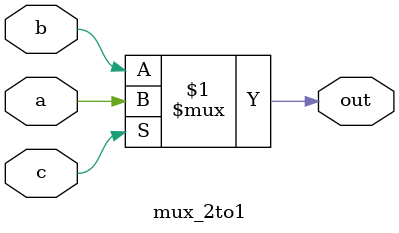
<source format=v>
`timescale 1ns / 1ps


module mux_2to1(
    input a,
    input b,
    input c,
    output out
    );
    assign out = (c) ? a:b;
endmodule

</source>
